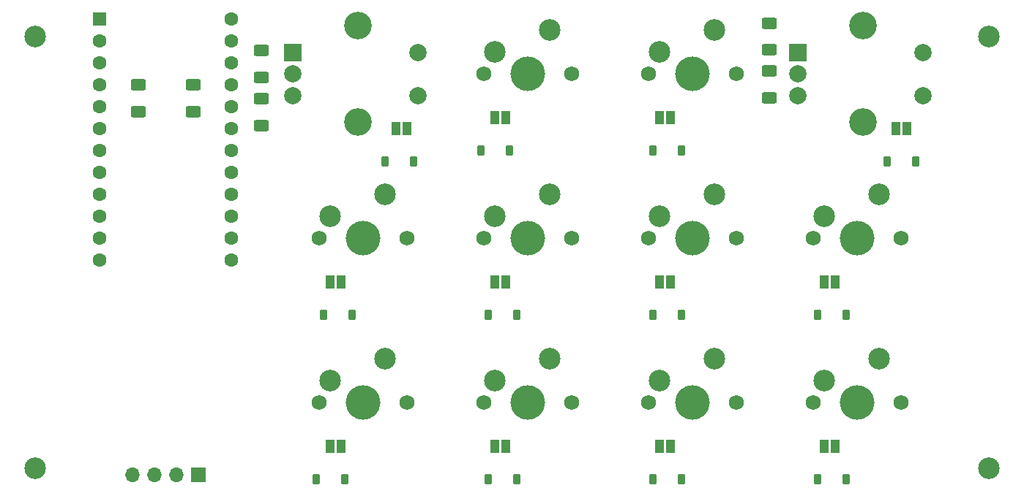
<source format=gbs>
G04 #@! TF.GenerationSoftware,KiCad,Pcbnew,7.0.9*
G04 #@! TF.CreationDate,2024-01-16T00:29:48+00:00*
G04 #@! TF.ProjectId,AryA-Macropad,41727941-2d4d-4616-9372-6f7061642e6b,1.0*
G04 #@! TF.SameCoordinates,Original*
G04 #@! TF.FileFunction,Soldermask,Bot*
G04 #@! TF.FilePolarity,Negative*
%FSLAX46Y46*%
G04 Gerber Fmt 4.6, Leading zero omitted, Abs format (unit mm)*
G04 Created by KiCad (PCBNEW 7.0.9) date 2024-01-16 00:29:48*
%MOMM*%
%LPD*%
G01*
G04 APERTURE LIST*
G04 Aperture macros list*
%AMRoundRect*
0 Rectangle with rounded corners*
0 $1 Rounding radius*
0 $2 $3 $4 $5 $6 $7 $8 $9 X,Y pos of 4 corners*
0 Add a 4 corners polygon primitive as box body*
4,1,4,$2,$3,$4,$5,$6,$7,$8,$9,$2,$3,0*
0 Add four circle primitives for the rounded corners*
1,1,$1+$1,$2,$3*
1,1,$1+$1,$4,$5*
1,1,$1+$1,$6,$7*
1,1,$1+$1,$8,$9*
0 Add four rect primitives between the rounded corners*
20,1,$1+$1,$2,$3,$4,$5,0*
20,1,$1+$1,$4,$5,$6,$7,0*
20,1,$1+$1,$6,$7,$8,$9,0*
20,1,$1+$1,$8,$9,$2,$3,0*%
G04 Aperture macros list end*
%ADD10R,1.700000X1.700000*%
%ADD11O,1.700000X1.700000*%
%ADD12C,1.750000*%
%ADD13C,4.000000*%
%ADD14C,2.500000*%
%ADD15R,1.600000X1.600000*%
%ADD16C,1.600000*%
%ADD17R,2.000000X2.000000*%
%ADD18C,2.000000*%
%ADD19C,3.200000*%
%ADD20RoundRect,0.250000X-0.625000X0.400000X-0.625000X-0.400000X0.625000X-0.400000X0.625000X0.400000X0*%
%ADD21RoundRect,0.225000X0.225000X0.375000X-0.225000X0.375000X-0.225000X-0.375000X0.225000X-0.375000X0*%
%ADD22R,1.000000X1.500000*%
%ADD23RoundRect,0.250000X0.625000X-0.400000X0.625000X0.400000X-0.625000X0.400000X-0.625000X-0.400000X0*%
G04 APERTURE END LIST*
D10*
X99050000Y-115093750D03*
D11*
X96510000Y-115093750D03*
X93970000Y-115093750D03*
X91430000Y-115093750D03*
D12*
X132080000Y-68580000D03*
D13*
X137160000Y-68580000D03*
D12*
X142240000Y-68580000D03*
D14*
X133350000Y-66040000D03*
X139700000Y-63500000D03*
D12*
X151130000Y-106680000D03*
D13*
X156210000Y-106680000D03*
D12*
X161290000Y-106680000D03*
D14*
X152400000Y-104140000D03*
X158750000Y-101600000D03*
D12*
X151130000Y-87630000D03*
D13*
X156210000Y-87630000D03*
D12*
X161290000Y-87630000D03*
D14*
X152400000Y-85090000D03*
X158750000Y-82550000D03*
D12*
X113030000Y-87630000D03*
D13*
X118110000Y-87630000D03*
D12*
X123190000Y-87630000D03*
D14*
X114300000Y-85090000D03*
X120650000Y-82550000D03*
D12*
X170180000Y-87630000D03*
D13*
X175260000Y-87630000D03*
D12*
X180340000Y-87630000D03*
D14*
X171450000Y-85090000D03*
X177800000Y-82550000D03*
X80168750Y-64293750D03*
X190500000Y-64293750D03*
D12*
X170180000Y-106680000D03*
D13*
X175260000Y-106680000D03*
D12*
X180340000Y-106680000D03*
D14*
X171450000Y-104140000D03*
X177800000Y-101600000D03*
D15*
X87630000Y-62230000D03*
D16*
X87630000Y-64770000D03*
X87630000Y-67310000D03*
X87630000Y-69850000D03*
X87630000Y-72390000D03*
X87630000Y-74930000D03*
X87630000Y-77470000D03*
X87630000Y-80010000D03*
X87630000Y-82550000D03*
X87630000Y-85090000D03*
X87630000Y-87630000D03*
X87630000Y-90170000D03*
X102870000Y-90170000D03*
X102870000Y-87630000D03*
X102870000Y-85090000D03*
X102870000Y-82550000D03*
X102870000Y-80010000D03*
X102870000Y-77470000D03*
X102870000Y-74930000D03*
X102870000Y-72390000D03*
X102870000Y-69850000D03*
X102870000Y-67310000D03*
X102870000Y-64770000D03*
X102870000Y-62230000D03*
D17*
X109960000Y-66120000D03*
D18*
X109960000Y-71120000D03*
X109960000Y-68620000D03*
D19*
X117460000Y-63020000D03*
X117460000Y-74220000D03*
D18*
X124460000Y-71120000D03*
X124460000Y-66120000D03*
D14*
X80168750Y-114300000D03*
D12*
X132080000Y-87630000D03*
D13*
X137160000Y-87630000D03*
D12*
X142240000Y-87630000D03*
D14*
X133350000Y-85090000D03*
X139700000Y-82550000D03*
D12*
X113030000Y-106680000D03*
D13*
X118110000Y-106680000D03*
D12*
X123190000Y-106680000D03*
D14*
X114300000Y-104140000D03*
X120650000Y-101600000D03*
X190500000Y-114300000D03*
D17*
X168380000Y-66120000D03*
D18*
X168380000Y-71120000D03*
X168380000Y-68620000D03*
D19*
X175880000Y-63020000D03*
X175880000Y-74220000D03*
D18*
X182880000Y-71120000D03*
X182880000Y-66120000D03*
D12*
X132080000Y-106680000D03*
D13*
X137160000Y-106680000D03*
D12*
X142240000Y-106680000D03*
D14*
X133350000Y-104140000D03*
X139700000Y-101600000D03*
D12*
X151130000Y-68580000D03*
D13*
X156210000Y-68580000D03*
D12*
X161290000Y-68580000D03*
D14*
X152400000Y-66040000D03*
X158750000Y-63500000D03*
D20*
X165100000Y-68300000D03*
X165100000Y-71400000D03*
D21*
X154940000Y-115570000D03*
X151640000Y-115570000D03*
D22*
X134620000Y-111760000D03*
X133320000Y-111760000D03*
X115570000Y-92710000D03*
X114270000Y-92710000D03*
D21*
X154940000Y-77470000D03*
X151640000Y-77470000D03*
D22*
X180990000Y-74930000D03*
X179690000Y-74930000D03*
D21*
X135890000Y-115570000D03*
X132590000Y-115570000D03*
D22*
X172720000Y-111760000D03*
X171420000Y-111760000D03*
D21*
X123950000Y-78740000D03*
X120650000Y-78740000D03*
D22*
X134620000Y-73660000D03*
X133320000Y-73660000D03*
D21*
X154940000Y-96520000D03*
X151640000Y-96520000D03*
D23*
X106362500Y-69018750D03*
X106362500Y-65918750D03*
X92075000Y-72987500D03*
X92075000Y-69887500D03*
X98425000Y-72987500D03*
X98425000Y-69887500D03*
D22*
X153670000Y-92710000D03*
X152370000Y-92710000D03*
D21*
X115950000Y-115570000D03*
X112650000Y-115570000D03*
X173990000Y-96520000D03*
X170690000Y-96520000D03*
D22*
X123190000Y-74930000D03*
X121890000Y-74930000D03*
D21*
X135000000Y-77470000D03*
X131700000Y-77470000D03*
D22*
X134620000Y-92710000D03*
X133320000Y-92710000D03*
X115570000Y-111760000D03*
X114270000Y-111760000D03*
X153670000Y-111760000D03*
X152370000Y-111760000D03*
D21*
X116840000Y-96520000D03*
X113540000Y-96520000D03*
X135890000Y-96520000D03*
X132590000Y-96520000D03*
D22*
X172720000Y-92710000D03*
X171420000Y-92710000D03*
D20*
X165100000Y-62743750D03*
X165100000Y-65843750D03*
D23*
X106362500Y-74575000D03*
X106362500Y-71475000D03*
D21*
X181990000Y-78740000D03*
X178690000Y-78740000D03*
X173990000Y-115570000D03*
X170690000Y-115570000D03*
D22*
X153670000Y-73660000D03*
X152370000Y-73660000D03*
M02*

</source>
